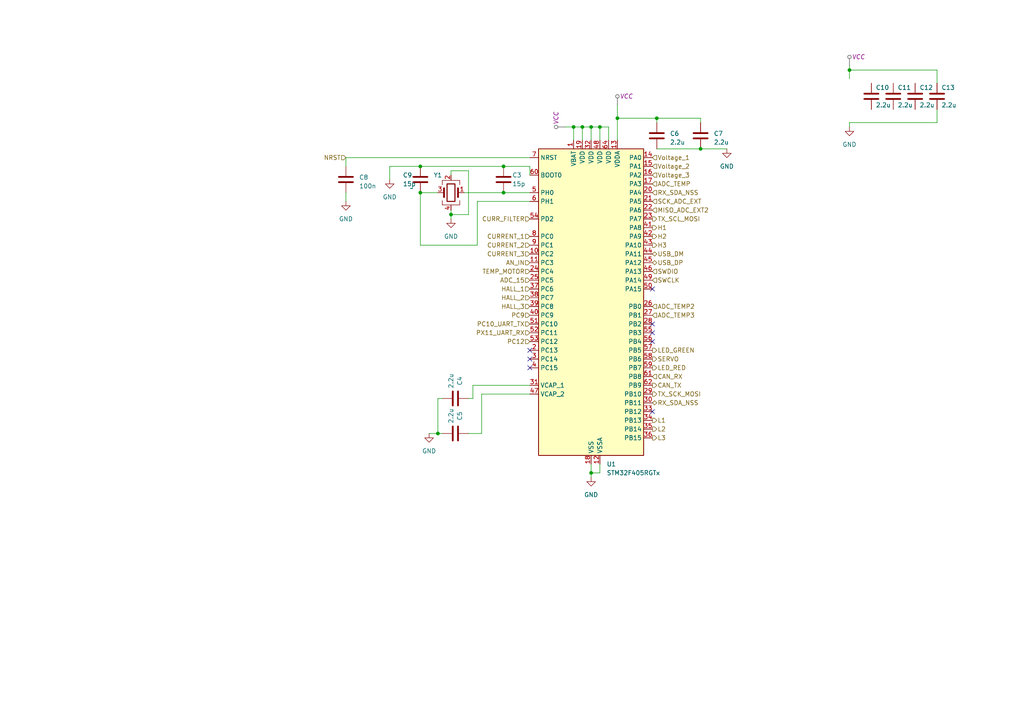
<source format=kicad_sch>
(kicad_sch (version 20230121) (generator eeschema)
  (paper "A4")
  (lib_symbols
    (symbol "Device:C" (pin_numbers hide) (pin_names (offset 0.254))
      (property "Reference" "C" (at 0.635 2.54 0))
      (property "Value" "C" (at 0.635 -2.54 0))
      (symbol "C_0_1"
        (polyline (pts (xy -2.032 -0.762) (xy 2.032 -0.762)) (stroke (width 0.508)))
        (polyline (pts (xy -2.032 0.762) (xy 2.032 0.762)) (stroke (width 0.508)))
      )
      (symbol "C_1_1"
        (pin passive line (at 0 3.81 270) (length 2.794) (name "~") (number "1"))
        (pin passive line (at 0 -3.81 90) (length 2.794) (name "~") (number "2"))
      )
    )
    (symbol "Device:Crystal_GND24" (pin_names (offset 1.016) hide)
      (property "Reference" "Y" (at 3.175 5.08 0))
      (property "Value" "Crystal_GND24" (at 3.175 3.175 0))
      (symbol "Crystal_GND24_0_1"
        (rectangle (start -1.143 2.54) (end 1.143 -2.54) (stroke (width 0.3048)))
        (polyline (pts (xy -2.54 0) (xy -2.032 0)))
        (polyline (pts (xy -2.032 -1.27) (xy -2.032 1.27)) (stroke (width 0.508)))
        (polyline (pts (xy 0 -3.81) (xy 0 -3.556)))
        (polyline (pts (xy 0 3.556) (xy 0 3.81)))
        (polyline (pts (xy 2.032 -1.27) (xy 2.032 1.27)) (stroke (width 0.508)))
        (polyline (pts (xy 2.032 0) (xy 2.54 0)))
        (polyline (pts (xy -2.54 -2.286) (xy -2.54 -3.556) (xy 2.54 -3.556) (xy 2.54 -2.286)))
        (polyline (pts (xy -2.54 2.286) (xy -2.54 3.556) (xy 2.54 3.556) (xy 2.54 2.286)))
      )
      (symbol "Crystal_GND24_1_1"
        (pin passive line (at -3.81 0 0) (length 1.27) (name "1") (number "1"))
        (pin passive line (at 0 5.08 270) (length 1.27) (name "2") (number "2"))
        (pin passive line (at 3.81 0 180) (length 1.27) (name "3") (number "3"))
        (pin passive line (at 0 -5.08 90) (length 1.27) (name "4") (number "4"))
      )
    )
    (symbol "MCU_ST_STM32F4:STM32F405RGTx"
      (property "Reference" "U" (at -15.24 46.99 0))
      (property "Value" "STM32F405RGTx" (at 10.16 46.99 0))
      (symbol "STM32F405RGTx_0_1"
        (rectangle (start -15.24 -43.18) (end 15.24 45.72) (stroke (width 0.254)) (fill (type background)))
      )
      (symbol "STM32F405RGTx_1_1"
        (pin power_in line (at -5.08 48.26 270) (length 2.54) (name "VBAT") (number "1"))
        (pin bidirectional line (at -17.78 15.24 0) (length 2.54) (name "PC2") (number "10"))
        (pin bidirectional line (at -17.78 12.7 0) (length 2.54) (name "PC3") (number "11"))
        (pin power_in line (at 2.54 -45.72 90) (length 2.54) (name "VSSA") (number "12"))
        (pin power_in line (at 7.62 48.26 270) (length 2.54) (name "VDDA") (number "13"))
        (pin bidirectional line (at 17.78 43.18 180) (length 2.54) (name "PA0") (number "14"))
        (pin bidirectional line (at 17.78 40.64 180) (length 2.54) (name "PA1") (number "15"))
        (pin bidirectional line (at 17.78 38.1 180) (length 2.54) (name "PA2") (number "16"))
        (pin bidirectional line (at 17.78 35.56 180) (length 2.54) (name "PA3") (number "17"))
        (pin power_in line (at 0 -45.72 90) (length 2.54) (name "VSS") (number "18"))
        (pin power_in line (at -2.54 48.26 270) (length 2.54) (name "VDD") (number "19"))
        (pin bidirectional line (at -17.78 -12.7 0) (length 2.54) (name "PC13") (number "2"))
        (pin bidirectional line (at 17.78 33.02 180) (length 2.54) (name "PA4") (number "20"))
        (pin bidirectional line (at 17.78 30.48 180) (length 2.54) (name "PA5") (number "21"))
        (pin bidirectional line (at 17.78 27.94 180) (length 2.54) (name "PA6") (number "22"))
        (pin bidirectional line (at 17.78 25.4 180) (length 2.54) (name "PA7") (number "23"))
        (pin bidirectional line (at -17.78 10.16 0) (length 2.54) (name "PC4") (number "24"))
        (pin bidirectional line (at -17.78 7.62 0) (length 2.54) (name "PC5") (number "25"))
        (pin bidirectional line (at 17.78 0 180) (length 2.54) (name "PB0") (number "26"))
        (pin bidirectional line (at 17.78 -2.54 180) (length 2.54) (name "PB1") (number "27"))
        (pin bidirectional line (at 17.78 -5.08 180) (length 2.54) (name "PB2") (number "28"))
        (pin bidirectional line (at 17.78 -25.4 180) (length 2.54) (name "PB10") (number "29"))
        (pin bidirectional line (at -17.78 -15.24 0) (length 2.54) (name "PC14") (number "3"))
        (pin bidirectional line (at 17.78 -27.94 180) (length 2.54) (name "PB11") (number "30"))
        (pin power_out line (at -17.78 -22.86 0) (length 2.54) (name "VCAP_1") (number "31"))
        (pin power_in line (at 0 48.26 270) (length 2.54) (name "VDD") (number "32"))
        (pin bidirectional line (at 17.78 -30.48 180) (length 2.54) (name "PB12") (number "33"))
        (pin bidirectional line (at 17.78 -33.02 180) (length 2.54) (name "PB13") (number "34"))
        (pin bidirectional line (at 17.78 -35.56 180) (length 2.54) (name "PB14") (number "35"))
        (pin bidirectional line (at 17.78 -38.1 180) (length 2.54) (name "PB15") (number "36"))
        (pin bidirectional line (at -17.78 5.08 0) (length 2.54) (name "PC6") (number "37"))
        (pin bidirectional line (at -17.78 2.54 0) (length 2.54) (name "PC7") (number "38"))
        (pin bidirectional line (at -17.78 0 0) (length 2.54) (name "PC8") (number "39"))
        (pin bidirectional line (at -17.78 -17.78 0) (length 2.54) (name "PC15") (number "4"))
        (pin bidirectional line (at -17.78 -2.54 0) (length 2.54) (name "PC9") (number "40"))
        (pin bidirectional line (at 17.78 22.86 180) (length 2.54) (name "PA8") (number "41"))
        (pin bidirectional line (at 17.78 20.32 180) (length 2.54) (name "PA9") (number "42"))
        (pin bidirectional line (at 17.78 17.78 180) (length 2.54) (name "PA10") (number "43"))
        (pin bidirectional line (at 17.78 15.24 180) (length 2.54) (name "PA11") (number "44"))
        (pin bidirectional line (at 17.78 12.7 180) (length 2.54) (name "PA12") (number "45"))
        (pin bidirectional line (at 17.78 10.16 180) (length 2.54) (name "PA13") (number "46"))
        (pin power_out line (at -17.78 -25.4 0) (length 2.54) (name "VCAP_2") (number "47"))
        (pin power_in line (at 2.54 48.26 270) (length 2.54) (name "VDD") (number "48"))
        (pin bidirectional line (at 17.78 7.62 180) (length 2.54) (name "PA14") (number "49"))
        (pin bidirectional line (at -17.78 33.02 0) (length 2.54) (name "PH0") (number "5"))
        (pin bidirectional line (at 17.78 5.08 180) (length 2.54) (name "PA15") (number "50"))
        (pin bidirectional line (at -17.78 -5.08 0) (length 2.54) (name "PC10") (number "51"))
        (pin bidirectional line (at -17.78 -7.62 0) (length 2.54) (name "PC11") (number "52"))
        (pin bidirectional line (at -17.78 -10.16 0) (length 2.54) (name "PC12") (number "53"))
        (pin bidirectional line (at -17.78 25.4 0) (length 2.54) (name "PD2") (number "54"))
        (pin bidirectional line (at 17.78 -7.62 180) (length 2.54) (name "PB3") (number "55"))
        (pin bidirectional line (at 17.78 -10.16 180) (length 2.54) (name "PB4") (number "56"))
        (pin bidirectional line (at 17.78 -12.7 180) (length 2.54) (name "PB5") (number "57"))
        (pin bidirectional line (at 17.78 -15.24 180) (length 2.54) (name "PB6") (number "58"))
        (pin bidirectional line (at 17.78 -17.78 180) (length 2.54) (name "PB7") (number "59"))
        (pin bidirectional line (at -17.78 30.48 0) (length 2.54) (name "PH1") (number "6"))
        (pin input line (at -17.78 38.1 0) (length 2.54) (name "BOOT0") (number "60"))
        (pin bidirectional line (at 17.78 -20.32 180) (length 2.54) (name "PB8") (number "61"))
        (pin bidirectional line (at 17.78 -22.86 180) (length 2.54) (name "PB9") (number "62"))
        (pin passive line (at 0 -45.72 90) (length 2.54) hide (name "VSS") (number "63"))
        (pin power_in line (at 5.08 48.26 270) (length 2.54) (name "VDD") (number "64"))
        (pin input line (at -17.78 43.18 0) (length 2.54) (name "NRST") (number "7"))
        (pin bidirectional line (at -17.78 20.32 0) (length 2.54) (name "PC0") (number "8"))
        (pin bidirectional line (at -17.78 17.78 0) (length 2.54) (name "PC1") (number "9"))
      )
    )
    (symbol "power:GND" (power) (pin_names (offset 0))
      (property "Value" "GND" (at 0 -3.81 0))
      (symbol "GND_0_1"
        (polyline (pts (xy 0 0) (xy 0 -1.27) (xy 1.27 -1.27) (xy 0 -2.54) (xy -1.27 -1.27) (xy 0 -1.27)))
      )
      (symbol "GND_1_1"
        (pin power_in line (at 0 0 270) (length 0) hide (name "GND") (number "1"))
      )
    )
  )
  (junction (at 203.2 43.18))
  (junction (at 173.99 36.83))
  (junction (at 130.81 62.23))
  (junction (at 179.07 34.29))
  (junction (at 171.45 137.16))
  (junction (at 190.5 34.29))
  (junction (at 121.92 55.88))
  (junction (at 166.37 36.83))
  (junction (at 146.05 55.88))
  (junction (at 171.45 36.83))
  (junction (at 168.91 36.83))
  (junction (at 121.92 48.26))
  (junction (at 246.38 20.32))
  (junction (at 127 125.73))
  (junction (at 146.05 48.26))
  (no_connect (at 153.67 101.6))
  (no_connect (at 189.23 99.06))
  (no_connect (at 189.23 83.82))
  (no_connect (at 189.23 93.98))
  (no_connect (at 153.67 104.14))
  (no_connect (at 189.23 119.38))
  (no_connect (at 153.67 106.68))
  (no_connect (at 189.23 96.52))
  (wire (pts (xy 171.45 137.16) (xy 171.45 138.43)))
  (wire (pts (xy 173.99 36.83) (xy 176.53 36.83)))
  (wire (pts (xy 100.33 55.88) (xy 100.33 58.42)))
  (wire (pts (xy 134.62 55.88) (xy 146.05 55.88)))
  (wire (pts (xy 130.81 50.8) (xy 130.81 49.53)))
  (wire (pts (xy 121.92 71.12) (xy 121.92 55.88)))
  (wire (pts (xy 179.07 30.48) (xy 179.07 34.29)))
  (wire (pts (xy 153.67 114.3) (xy 139.7 114.3)))
  (wire (pts (xy 271.78 31.75) (xy 271.78 35.56)))
  (wire (pts (xy 146.05 55.88) (xy 153.67 55.88)))
  (wire (pts (xy 246.38 19.05) (xy 246.38 20.32)))
  (wire (pts (xy 113.03 48.26) (xy 113.03 52.07)))
  (wire (pts (xy 246.38 20.32) (xy 246.38 22.86)))
  (wire (pts (xy 179.07 40.64) (xy 179.07 34.29)))
  (wire (pts (xy 171.45 137.16) (xy 173.99 137.16)))
  (wire (pts (xy 135.89 125.73) (xy 139.7 125.73)))
  (wire (pts (xy 139.7 114.3) (xy 139.7 125.73)))
  (wire (pts (xy 121.92 48.26) (xy 146.05 48.26)))
  (wire (pts (xy 153.67 50.8) (xy 153.67 48.26)))
  (wire (pts (xy 203.2 43.18) (xy 210.82 43.18)))
  (wire (pts (xy 203.2 34.29) (xy 203.2 35.56)))
  (wire (pts (xy 168.91 36.83) (xy 171.45 36.83)))
  (wire (pts (xy 166.37 36.83) (xy 168.91 36.83)))
  (wire (pts (xy 130.81 49.53) (xy 135.89 49.53)))
  (wire (pts (xy 100.33 45.72) (xy 153.67 45.72)))
  (wire (pts (xy 173.99 36.83) (xy 173.99 40.64)))
  (wire (pts (xy 168.91 36.83) (xy 168.91 40.64)))
  (wire (pts (xy 124.46 125.73) (xy 127 125.73)))
  (wire (pts (xy 171.45 36.83) (xy 173.99 36.83)))
  (wire (pts (xy 176.53 36.83) (xy 176.53 40.64)))
  (wire (pts (xy 138.43 58.42) (xy 138.43 71.12)))
  (wire (pts (xy 171.45 36.83) (xy 171.45 40.64)))
  (wire (pts (xy 166.37 36.83) (xy 166.37 40.64)))
  (wire (pts (xy 137.16 111.76) (xy 137.16 115.57)))
  (wire (pts (xy 146.05 48.26) (xy 153.67 48.26)))
  (wire (pts (xy 138.43 71.12) (xy 121.92 71.12)))
  (wire (pts (xy 135.89 49.53) (xy 135.89 62.23)))
  (wire (pts (xy 113.03 48.26) (xy 121.92 48.26)))
  (wire (pts (xy 190.5 43.18) (xy 203.2 43.18)))
  (wire (pts (xy 100.33 45.72) (xy 100.33 48.26)))
  (wire (pts (xy 246.38 20.32) (xy 271.78 20.32)))
  (wire (pts (xy 179.07 34.29) (xy 190.5 34.29)))
  (wire (pts (xy 190.5 34.29) (xy 190.5 35.56)))
  (wire (pts (xy 127 125.73) (xy 128.27 125.73)))
  (wire (pts (xy 128.27 115.57) (xy 127 115.57)))
  (wire (pts (xy 190.5 34.29) (xy 203.2 34.29)))
  (wire (pts (xy 246.38 35.56) (xy 246.38 36.83)))
  (wire (pts (xy 138.43 58.42) (xy 153.67 58.42)))
  (wire (pts (xy 130.81 60.96) (xy 130.81 62.23)))
  (wire (pts (xy 127 115.57) (xy 127 125.73)))
  (wire (pts (xy 135.89 115.57) (xy 137.16 115.57)))
  (wire (pts (xy 121.92 55.88) (xy 127 55.88)))
  (wire (pts (xy 171.45 134.62) (xy 171.45 137.16)))
  (wire (pts (xy 271.78 35.56) (xy 246.38 35.56)))
  (wire (pts (xy 163.83 36.83) (xy 166.37 36.83)))
  (wire (pts (xy 130.81 62.23) (xy 135.89 62.23)))
  (wire (pts (xy 153.67 111.76) (xy 137.16 111.76)))
  (wire (pts (xy 130.81 62.23) (xy 130.81 63.5)))
  (wire (pts (xy 173.99 134.62) (xy 173.99 137.16)))
  (wire (pts (xy 271.78 20.32) (xy 271.78 24.13)))
  (hierarchical_label "ADC_15" (shape input) (at 153.67 81.28 180))
  (hierarchical_label "L2" (shape output) (at 189.23 124.46 0))
  (hierarchical_label "ADC_TEMP2" (shape input) (at 189.23 88.9 0))
  (hierarchical_label "ADC_TEMP" (shape input) (at 189.23 53.34 0))
  (hierarchical_label "TEMP_MOTOR" (shape input) (at 153.67 78.74 180))
  (hierarchical_label "HALL_3" (shape input) (at 153.67 88.9 180))
  (hierarchical_label "H1" (shape output) (at 189.23 66.04 0))
  (hierarchical_label "PX11_UART_RX" (shape input) (at 153.67 96.52 180))
  (hierarchical_label "CAN_RX" (shape input) (at 189.23 109.22 0))
  (hierarchical_label "SCK_ADC_EXT" (shape input) (at 189.23 58.42 0))
  (hierarchical_label "H2" (shape output) (at 189.23 68.58 0))
  (hierarchical_label "H3" (shape output) (at 189.23 71.12 0))
  (hierarchical_label "L3" (shape output) (at 189.23 127 0))
  (hierarchical_label "HALL_2" (shape input) (at 153.67 86.36 180))
  (hierarchical_label "RX_SDA_NSS" (shape input) (at 189.23 55.88 0))
  (hierarchical_label "NRST" (shape input) (at 100.33 45.72 180))
  (hierarchical_label "TX_SCK_MOSI" (shape output) (at 189.23 114.3 0))
  (hierarchical_label "USB_DM" (shape bidirectional) (at 189.23 73.66 0))
  (hierarchical_label "LED_GREEN" (shape output) (at 189.23 101.6 0))
  (hierarchical_label "LED_RED" (shape output) (at 189.23 106.68 0))
  (hierarchical_label "SWDIO" (shape input) (at 189.23 78.74 0))
  (hierarchical_label "Voltage_3" (shape input) (at 189.23 50.8 0))
  (hierarchical_label "AN_IN" (shape input) (at 153.67 76.2 180))
  (hierarchical_label "CAN_TX" (shape output) (at 189.23 111.76 0))
  (hierarchical_label "SERVO" (shape output) (at 189.23 104.14 0))
  (hierarchical_label "PC9" (shape input) (at 153.67 91.44 180))
  (hierarchical_label "CURR_FILTER" (shape input) (at 153.67 63.5 180))
  (hierarchical_label "PC12" (shape input) (at 153.67 99.06 180))
  (hierarchical_label "CURRENT_1" (shape input) (at 153.67 68.58 180))
  (hierarchical_label "USB_DP" (shape bidirectional) (at 189.23 76.2 0))
  (hierarchical_label "HALL_1" (shape input) (at 153.67 83.82 180))
  (hierarchical_label "Voltage_1" (shape input) (at 189.23 45.72 0))
  (hierarchical_label "CURRENT_2" (shape input) (at 153.67 71.12 180))
  (hierarchical_label "L1" (shape output) (at 189.23 121.92 0))
  (hierarchical_label "Voltage_2" (shape input) (at 189.23 48.26 0))
  (hierarchical_label "CURRENT_3" (shape input) (at 153.67 73.66 180))
  (hierarchical_label "RX_SDA_NSS" (shape bidirectional) (at 189.23 116.84 0))
  (hierarchical_label "PC10_UART_TX" (shape input) (at 153.67 93.98 180))
  (hierarchical_label "SWCLK" (shape input) (at 189.23 81.28 0))
  (hierarchical_label "MISO_ADC_EXT2" (shape input) (at 189.23 60.96 0))
  (hierarchical_label "TX_SCL_MOSI" (shape output) (at 189.23 63.5 0))
  (hierarchical_label "ADC_TEMP3" (shape input) (at 189.23 91.44 0))
  (netclass_flag "" (length 2.54) (shape round) (at 163.83 36.83 90) (property "Netclass" "VCC" (at 161.29 36.1315 90) (effects (font italic) (justify left))))
  (netclass_flag "" (length 2.54) (shape round) (at 179.07 30.48 0) (property "Netclass" "VCC" (at 179.7685 27.94 0) (effects (font italic) (justify left))))
  (netclass_flag "" (length 2.54) (shape round) (at 246.38 19.05 0) (property "Netclass" "VCC" (at 247.0785 16.51 0) (effects (font italic) (justify left))))
  (symbol (lib_id "power:GND") (at 113.03 52.07 0) (unit 1)
    (property "Reference" "#PWR03" (effects hide))
    (property "Value" "GND" (at 113.03 57.15 0))
  )
  (symbol (lib_id "Device:C") (at 132.08 115.57 270) (unit 1)
    (property "Reference" "C4" (at 133.35 110.49 0))
    (property "Value" "2.2u" (at 130.81 110.49 0))
  )
  (symbol (lib_id "power:GND") (at 124.46 125.73 0) (unit 1)
    (property "Reference" "#PWR05" (effects hide))
    (property "Value" "GND" (at 124.46 130.81 0))
  )
  (symbol (lib_id "Device:C") (at 265.43 27.94 0) (unit 1)
    (property "Reference" "C12" (at 266.7 25.4 0) (effects (justify left)))
    (property "Value" "2.2u" (at 266.7 30.48 0) (effects (justify left)))
  )
  (symbol (lib_id "Device:C") (at 259.08 27.94 0) (unit 1)
    (property "Reference" "C11" (at 260.35 25.4 0) (effects (justify left)))
    (property "Value" "2.2u" (at 260.35 30.48 0) (effects (justify left)))
  )
  (symbol (lib_id "Device:C") (at 190.5 39.37 0) (unit 1)
    (property "Reference" "C6" (at 194.31 38.735 0) (effects (justify left)))
    (property "Value" "2.2u" (at 194.31 41.275 0) (effects (justify left)))
  )
  (symbol (lib_id "Device:C") (at 252.73 27.94 0) (unit 1)
    (property "Reference" "C10" (at 254 25.4 0) (effects (justify left)))
    (property "Value" "2.2u" (at 254 30.48 0) (effects (justify left)))
  )
  (symbol (lib_id "MCU_ST_STM32F4:STM32F405RGTx") (at 171.45 88.9 0) (unit 1)
    (property "Reference" "U1" (at 175.9459 134.62 0) (effects (justify left)))
    (property "Value" "STM32F405RGTx" (at 175.9459 137.16 0) (effects (justify left)))
    (property "Footprint" "Package_QFP:LQFP-64_10x10mm_P0.5mm" (effects hide))
    (property "Datasheet" "https://www.st.com/resource/en/datasheet/stm32f405rg.pdf" (effects hide))
  )
  (symbol (lib_id "Device:C") (at 121.92 52.07 0) (unit 1)
    (property "Reference" "C9" (at 116.84 50.8 0) (effects (justify left)))
    (property "Value" "15p" (at 116.84 53.34 0) (effects (justify left)))
  )
  (symbol (lib_id "Device:C") (at 271.78 27.94 0) (unit 1)
    (property "Reference" "C13" (at 273.05 25.4 0) (effects (justify left)))
    (property "Value" "2.2u" (at 273.05 30.48 0) (effects (justify left)))
  )
  (symbol (lib_id "Device:C") (at 146.05 52.07 0) (unit 1)
    (property "Reference" "C3" (at 148.59 50.8 0) (effects (justify left)))
    (property "Value" "15p" (at 148.59 53.34 0) (effects (justify left)))
  )
  (symbol (lib_id "power:GND") (at 130.81 63.5 0) (unit 1)
    (property "Reference" "#PWR06" (effects hide))
    (property "Value" "GND" (at 130.81 68.58 0))
  )
  (symbol (lib_id "power:GND") (at 210.82 43.18 0) (unit 1)
    (property "Reference" "#PWR04" (effects hide))
    (property "Value" "GND" (at 210.82 48.26 0))
  )
  (symbol (lib_id "power:GND") (at 171.45 138.43 0) (unit 1)
    (property "Reference" "#PWR01" (effects hide))
    (property "Value" "GND" (at 171.45 143.51 0))
  )
  (symbol (lib_id "power:GND") (at 100.33 58.42 0) (unit 1)
    (property "Reference" "#PWR02" (effects hide))
    (property "Value" "GND" (at 100.33 63.5 0))
  )
  (symbol (lib_id "Device:C") (at 100.33 52.07 0) (unit 1)
    (property "Reference" "C8" (at 104.14 51.435 0) (effects (justify left)))
    (property "Value" "100n" (at 104.14 53.975 0) (effects (justify left)))
  )
  (symbol (lib_id "Device:C") (at 203.2 39.37 0) (unit 1)
    (property "Reference" "C7" (at 207.01 38.735 0) (effects (justify left)))
    (property "Value" "2.2u" (at 207.01 41.275 0) (effects (justify left)))
  )
  (symbol (lib_id "power:GND") (at 246.38 36.83 0) (unit 1)
    (property "Reference" "#PWR07" (effects hide))
    (property "Value" "GND" (at 246.38 41.91 0))
  )
  (symbol (lib_id "Device:C") (at 132.08 125.73 90) (unit 1)
    (property "Reference" "C5" (at 133.35 120.65 0))
    (property "Value" "2.2u" (at 130.81 120.65 0))
  )
  (symbol (lib_id "Device:Crystal_GND24") (at 130.81 55.88 0) (mirror y) (unit 1)
    (property "Reference" "Y1" (at 127 50.8 0))
    (property "Value" "~" (at 119.38 54.61 0))
  )
)
</source>
